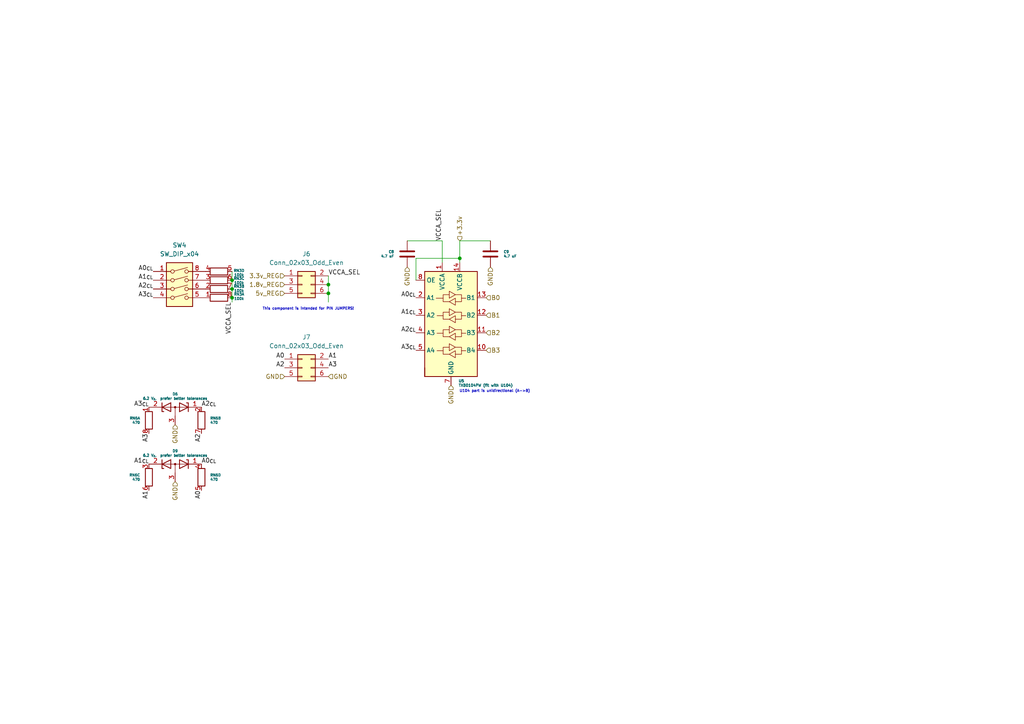
<source format=kicad_sch>
(kicad_sch (version 20231120) (generator "eeschema") (generator_version "8.0")
  (paper "A4")
  (lib_symbols
    (symbol "Connector_Generic:Conn_02x03_Odd_Even" (pin_names (offset 1.016) hide)
      (property "Reference" "J" (at 1.27 5.08 0))
      (property "Value" "Conn_02x03_Odd_Even" (at 1.27 -5.08 0))
      (symbol "Conn_02x03_Odd_Even_1_1"
        (rectangle (start -1.27 -2.413) (end 0 -2.667) (stroke (width 0.1524)))
        (rectangle (start -1.27 0.127) (end 0 -0.127) (stroke (width 0.1524)))
        (rectangle (start -1.27 2.667) (end 0 2.413) (stroke (width 0.1524)))
        (rectangle (start -1.27 3.81) (end 3.81 -3.81) (stroke (width 0.254)) (fill (type background)))
        (rectangle (start 3.81 -2.413) (end 2.54 -2.667) (stroke (width 0.1524)))
        (rectangle (start 3.81 0.127) (end 2.54 -0.127) (stroke (width 0.1524)))
        (rectangle (start 3.81 2.667) (end 2.54 2.413) (stroke (width 0.1524)))
        (pin passive line (at -5.08 2.54 0) (length 3.81) (name "Pin_1") (number "1"))
        (pin passive line (at 7.62 2.54 180) (length 3.81) (name "Pin_2") (number "2"))
        (pin passive line (at -5.08 0 0) (length 3.81) (name "Pin_3") (number "3"))
        (pin passive line (at 7.62 0 180) (length 3.81) (name "Pin_4") (number "4"))
        (pin passive line (at -5.08 -2.54 0) (length 3.81) (name "Pin_5") (number "5"))
        (pin passive line (at 7.62 -2.54 180) (length 3.81) (name "Pin_6") (number "6"))
      )
    )
    (symbol "Device:C" (pin_numbers hide) (pin_names (offset 0.254))
      (property "Reference" "C" (at 0.635 2.54 0))
      (property "Value" "C" (at 0.635 -2.54 0))
      (symbol "C_0_1"
        (polyline (pts (xy -2.032 -0.762) (xy 2.032 -0.762)) (stroke (width 0.508)))
        (polyline (pts (xy -2.032 0.762) (xy 2.032 0.762)) (stroke (width 0.508)))
      )
      (symbol "C_1_1"
        (pin passive line (at 0 3.81 270) (length 2.794) (name "~") (number "1"))
        (pin passive line (at 0 -3.81 90) (length 2.794) (name "~") (number "2"))
      )
    )
    (symbol "Device:D_Zener_Dual_CommonAnode_KKA" (pin_names (offset 0.762) hide)
      (property "Reference" "D" (at 1.27 -2.54 0))
      (property "Value" "D_Zener_Dual_CommonAnode_KKA" (at 0 2.54 0))
      (symbol "D_Zener_Dual_CommonAnode_KKA_0_1"
        (polyline (pts (xy -3.556 0) (xy 3.81 0)))
        (polyline (pts (xy 0 0) (xy 0 -2.54)))
        (polyline (pts (xy -3.81 -1.27) (xy -3.81 1.27) (xy -3.302 1.27)) (stroke (width 0.254)))
        (polyline (pts (xy 3.302 -1.27) (xy 3.81 -1.27) (xy 3.81 1.27)) (stroke (width 0.254)))
        (polyline (pts (xy -1.27 -1.27) (xy -3.81 0) (xy -1.27 1.27) (xy -1.27 -1.27) (xy -1.27 -1.27) (xy -1.27 -1.27)) (stroke (width 0.254)))
        (polyline (pts (xy 1.27 1.27) (xy 3.81 0) (xy 1.27 -1.27) (xy 1.27 1.27) (xy 1.27 1.27) (xy 1.27 1.27)) (stroke (width 0.254)))
        (circle (center 0 0) (radius 0.254) (fill (type outline)))
        (pin passive line (at -7.62 0 0) (length 3.81) (name "K") (number "1"))
        (pin passive line (at 7.62 0 180) (length 3.81) (name "K") (number "2"))
        (pin passive line (at 0 -5.08 90) (length 2.54) (name "A") (number "3"))
      )
    )
    (symbol "Device:R_Pack04_SIP_Split" (pin_names (offset 0) hide)
      (property "Reference" "RN3" (at 2.54 1.2701 0))
      (property "Value" "R_Pack04_SIP_Split" (at 2.54 -1.2699 0))
      (symbol "R_Pack04_SIP_Split_0_1"
        (rectangle (start 1.016 2.54) (end -1.016 -2.54) (stroke (width 0.254)))
      )
      (symbol "R_Pack04_SIP_Split_1_1"
        (pin passive line (at 0 -3.81 90) (length 1.27) (name "R1.1") (number "1"))
        (pin passive line (at 0 3.81 270) (length 1.27) (name "R1.2") (number "8"))
      )
      (symbol "R_Pack04_SIP_Split_2_1"
        (pin passive line (at 0 -3.81 90) (length 1.27) (name "R2.1") (number "2"))
        (pin passive line (at 0 3.81 270) (length 1.27) (name "R2.2") (number "7"))
      )
      (symbol "R_Pack04_SIP_Split_3_1"
        (pin passive line (at 0 -3.81 90) (length 1.27) (name "R3.1") (number "3"))
        (pin passive line (at 0 3.81 270) (length 1.27) (name "R3.2") (number "6"))
      )
      (symbol "R_Pack04_SIP_Split_4_1"
        (pin passive line (at 0 -3.81 90) (length 1.27) (name "R4.1") (number "4"))
        (pin passive line (at 0 3.81 270) (length 1.27) (name "R4.2") (number "5"))
      )
    )
    (symbol "Logic_LevelTranslator:TXB0104PW"
      (property "Reference" "U" (at -6.35 16.51 0))
      (property "Value" "TXB0104PW" (at 3.81 16.51 0))
      (symbol "TXB0104PW_0_1"
        (rectangle (start -7.62 -15.24) (end -7.62 -12.7) (stroke (width 0.254)))
        (rectangle (start -7.62 15.24) (end 7.62 -15.24) (stroke (width 0.254)) (fill (type background)))
        (polyline (pts (xy -2.286 -7.747) (xy -2.286 -6.731) (xy -0.508 -6.731)))
        (polyline (pts (xy -2.286 -2.667) (xy -2.286 -1.651) (xy -0.508 -1.651)))
        (polyline (pts (xy -2.286 2.413) (xy -2.286 3.429) (xy -0.508 3.429)))
        (polyline (pts (xy -2.286 7.493) (xy -2.286 8.509) (xy -0.508 8.509)))
        (polyline (pts (xy 3.048 -7.747) (xy 3.048 -8.763) (xy 1.27 -8.763)))
        (polyline (pts (xy 3.048 -2.667) (xy 3.048 -3.683) (xy 1.27 -3.683)))
        (polyline (pts (xy 3.048 2.413) (xy 3.048 1.397) (xy 1.27 1.397)))
        (polyline (pts (xy 3.048 7.493) (xy 3.048 6.477) (xy 1.27 6.477)))
        (polyline (pts (xy -0.508 -8.763) (xy -2.286 -8.763) (xy -2.286 -7.747) (xy -4.064 -7.747)))
        (polyline (pts (xy -0.508 -8.763) (xy 1.27 -7.747) (xy 1.27 -9.779) (xy -0.508 -8.763)))
        (polyline (pts (xy -0.508 -3.683) (xy -2.286 -3.683) (xy -2.286 -2.667) (xy -4.064 -2.667)))
        (polyline (pts (xy -0.508 -3.683) (xy 1.27 -2.667) (xy 1.27 -4.699) (xy -0.508 -3.683)))
        (polyline (pts (xy -0.508 1.397) (xy -2.286 1.397) (xy -2.286 2.413) (xy -4.064 2.413)))
        (polyline (pts (xy -0.508 1.397) (xy 1.27 2.413) (xy 1.27 0.381) (xy -0.508 1.397)))
        (polyline (pts (xy -0.508 6.477) (xy -2.286 6.477) (xy -2.286 7.493) (xy -4.318 7.493)))
        (polyline (pts (xy -0.508 6.477) (xy 1.27 7.493) (xy 1.27 5.461) (xy -0.508 6.477)))
        (polyline (pts (xy 1.27 -6.731) (xy -0.508 -7.747) (xy -0.508 -5.715) (xy 1.27 -6.731)))
        (polyline (pts (xy 1.27 -6.731) (xy 3.048 -6.731) (xy 3.048 -7.747) (xy 4.318 -7.747)))
        (polyline (pts (xy 1.27 -1.651) (xy -0.508 -2.667) (xy -0.508 -0.635) (xy 1.27 -1.651)))
        (polyline (pts (xy 1.27 -1.651) (xy 3.048 -1.651) (xy 3.048 -2.667) (xy 4.318 -2.667)))
        (polyline (pts (xy 1.27 3.429) (xy -0.508 2.413) (xy -0.508 4.445) (xy 1.27 3.429)))
        (polyline (pts (xy 1.27 3.429) (xy 3.048 3.429) (xy 3.048 2.413) (xy 4.318 2.413)))
        (polyline (pts (xy 1.27 8.509) (xy -0.508 7.493) (xy -0.508 9.525) (xy 1.27 8.509)))
        (polyline (pts (xy 1.27 8.509) (xy 3.048 8.509) (xy 3.048 7.493) (xy 4.318 7.493)))
      )
      (symbol "TXB0104PW_1_1"
        (pin power_in line (at -2.54 17.78 270) (length 2.54) (name "VCCA") (number "1"))
        (pin bidirectional line (at 10.16 -7.62 180) (length 2.54) (name "B4") (number "10"))
        (pin bidirectional line (at 10.16 -2.54 180) (length 2.54) (name "B3") (number "11"))
        (pin bidirectional line (at 10.16 2.54 180) (length 2.54) (name "B2") (number "12"))
        (pin bidirectional line (at 10.16 7.62 180) (length 2.54) (name "B1") (number "13"))
        (pin power_in line (at 2.54 17.78 270) (length 2.54) (name "VCCB") (number "14"))
        (pin bidirectional line (at -10.16 7.62 0) (length 2.54) (name "A1") (number "2"))
        (pin bidirectional line (at -10.16 2.54 0) (length 2.54) (name "A2") (number "3"))
        (pin bidirectional line (at -10.16 -2.54 0) (length 2.54) (name "A3") (number "4"))
        (pin bidirectional line (at -10.16 -7.62 0) (length 2.54) (name "A4") (number "5"))
        (pin no_connect line (at -7.62 -12.7 0) (length 2.54) hide (name "NC") (number "6"))
        (pin power_in line (at 0 -17.78 90) (length 2.54) (name "GND") (number "7"))
        (pin input line (at -10.16 12.7 0) (length 2.54) (name "OE") (number "8"))
        (pin no_connect line (at 7.62 -12.7 180) (length 2.54) hide (name "NC") (number "9"))
      )
    )
    (symbol "R_Pack04_SIP_Split_1" (pin_names (offset 0) hide)
      (property "Reference" "RN3" (at 2.54 1.2701 0))
      (property "Value" "R_Pack04_SIP_Split" (at 2.54 -1.2699 0))
      (symbol "R_Pack04_SIP_Split_1_0_1"
        (rectangle (start 1.016 2.54) (end -1.016 -2.54) (stroke (width 0.254)))
      )
      (symbol "R_Pack04_SIP_Split_1_1_1"
        (pin passive line (at 0 -3.81 90) (length 1.27) (name "R1.1") (number "1"))
        (pin passive line (at 0 3.81 270) (length 1.27) (name "R1.2") (number "8"))
      )
      (symbol "R_Pack04_SIP_Split_1_2_1"
        (pin passive line (at 0 -3.81 90) (length 1.27) (name "R2.1") (number "2"))
        (pin passive line (at 0 3.81 270) (length 1.27) (name "R2.2") (number "7"))
      )
      (symbol "R_Pack04_SIP_Split_1_3_1"
        (pin passive line (at 0 -3.81 90) (length 1.27) (name "R3.1") (number "3"))
        (pin passive line (at 0 3.81 270) (length 1.27) (name "R3.2") (number "6"))
      )
      (symbol "R_Pack04_SIP_Split_1_4_1"
        (pin passive line (at 0 -3.81 90) (length 1.27) (name "R4.1") (number "4"))
        (pin passive line (at 0 3.81 270) (length 1.27) (name "R4.2") (number "5"))
      )
    )
    (symbol "R_Pack04_SIP_Split_2" (pin_names (offset 0) hide)
      (property "Reference" "RN3" (at 2.54 1.2701 0))
      (property "Value" "R_Pack04_SIP_Split" (at 2.54 -1.2699 0))
      (symbol "R_Pack04_SIP_Split_2_0_1"
        (rectangle (start 1.016 2.54) (end -1.016 -2.54) (stroke (width 0.254)))
      )
      (symbol "R_Pack04_SIP_Split_2_1_1"
        (pin passive line (at 0 -3.81 90) (length 1.27) (name "R1.1") (number "1"))
        (pin passive line (at 0 3.81 270) (length 1.27) (name "R1.2") (number "8"))
      )
      (symbol "R_Pack04_SIP_Split_2_2_1"
        (pin passive line (at 0 -3.81 90) (length 1.27) (name "R2.1") (number "2"))
        (pin passive line (at 0 3.81 270) (length 1.27) (name "R2.2") (number "7"))
      )
      (symbol "R_Pack04_SIP_Split_2_3_1"
        (pin passive line (at 0 -3.81 90) (length 1.27) (name "R3.1") (number "3"))
        (pin passive line (at 0 3.81 270) (length 1.27) (name "R3.2") (number "6"))
      )
      (symbol "R_Pack04_SIP_Split_2_4_1"
        (pin passive line (at 0 -3.81 90) (length 1.27) (name "R4.1") (number "4"))
        (pin passive line (at 0 3.81 270) (length 1.27) (name "R4.2") (number "5"))
      )
    )
    (symbol "R_Pack04_SIP_Split_3" (pin_names (offset 0) hide)
      (property "Reference" "RN3" (at 2.54 1.2701 0))
      (property "Value" "R_Pack04_SIP_Split" (at 2.54 -1.2699 0))
      (symbol "R_Pack04_SIP_Split_3_0_1"
        (rectangle (start 1.016 2.54) (end -1.016 -2.54) (stroke (width 0.254)))
      )
      (symbol "R_Pack04_SIP_Split_3_1_1"
        (pin passive line (at 0 -3.81 90) (length 1.27) (name "R1.1") (number "1"))
        (pin passive line (at 0 3.81 270) (length 1.27) (name "R1.2") (number "8"))
      )
      (symbol "R_Pack04_SIP_Split_3_2_1"
        (pin passive line (at 0 -3.81 90) (length 1.27) (name "R2.1") (number "2"))
        (pin passive line (at 0 3.81 270) (length 1.27) (name "R2.2") (number "7"))
      )
      (symbol "R_Pack04_SIP_Split_3_3_1"
        (pin passive line (at 0 -3.81 90) (length 1.27) (name "R3.1") (number "3"))
        (pin passive line (at 0 3.81 270) (length 1.27) (name "R3.2") (number "6"))
      )
      (symbol "R_Pack04_SIP_Split_3_4_1"
        (pin passive line (at 0 -3.81 90) (length 1.27) (name "R4.1") (number "4"))
        (pin passive line (at 0 3.81 270) (length 1.27) (name "R4.2") (number "5"))
      )
    )
    (symbol "R_Pack04_SIP_Split_4" (pin_names (offset 0) hide)
      (property "Reference" "RN4" (at -2.54 -0.6351 0))
      (property "Value" "470" (at -2.54 0.6349 0))
      (symbol "R_Pack04_SIP_Split_4_0_1"
        (rectangle (start 1.016 2.54) (end -1.016 -2.54) (stroke (width 0.254)))
      )
      (symbol "R_Pack04_SIP_Split_4_1_1"
        (pin passive line (at 0 -3.81 90) (length 1.27) (name "R1.1") (number "1"))
        (pin passive line (at 0 3.81 270) (length 1.27) (name "R1.2") (number "8"))
      )
      (symbol "R_Pack04_SIP_Split_4_2_1"
        (pin passive line (at 0 -3.81 90) (length 1.27) (name "R2.1") (number "2"))
        (pin passive line (at 0 3.81 270) (length 1.27) (name "rR2.2") (number "7"))
      )
      (symbol "R_Pack04_SIP_Split_4_3_1"
        (pin passive line (at 0 -3.81 90) (length 1.27) (name "R3.1") (number "3"))
        (pin passive line (at 0 3.81 270) (length 1.27) (name "R3.2") (number "6"))
      )
      (symbol "R_Pack04_SIP_Split_4_4_1"
        (pin passive line (at 0 -3.81 90) (length 1.27) (name "R4.1") (number "4"))
        (pin passive line (at 0 3.81 270) (length 1.27) (name "R4.2") (number "5"))
      )
    )
    (symbol "R_Pack04_SIP_Split_5" (pin_names (offset 0) hide)
      (property "Reference" "RN4" (at -2.54 -0.6351 0))
      (property "Value" "470" (at -2.54 0.6349 0))
      (symbol "R_Pack04_SIP_Split_5_0_1"
        (rectangle (start 1.016 2.54) (end -1.016 -2.54) (stroke (width 0.254)))
      )
      (symbol "R_Pack04_SIP_Split_5_1_1"
        (pin passive line (at 0 -3.81 90) (length 1.27) (name "R1.1") (number "1"))
        (pin passive line (at 0 3.81 270) (length 1.27) (name "R1.2") (number "8"))
      )
      (symbol "R_Pack04_SIP_Split_5_2_1"
        (pin passive line (at 0 -3.81 90) (length 1.27) (name "R2.1") (number "2"))
        (pin passive line (at 0 3.81 270) (length 1.27) (name "rR2.2") (number "7"))
      )
      (symbol "R_Pack04_SIP_Split_5_3_1"
        (pin passive line (at 0 -3.81 90) (length 1.27) (name "R3.1") (number "3"))
        (pin passive line (at 0 3.81 270) (length 1.27) (name "R3.2") (number "6"))
      )
      (symbol "R_Pack04_SIP_Split_5_4_1"
        (pin passive line (at 0 -3.81 90) (length 1.27) (name "R4.1") (number "4"))
        (pin passive line (at 0 3.81 270) (length 1.27) (name "R4.2") (number "5"))
      )
    )
    (symbol "R_Pack04_SIP_Split_6" (pin_names (offset 0) hide)
      (property "Reference" "RN4" (at -2.54 -0.6351 0))
      (property "Value" "470" (at -2.54 0.6349 0))
      (symbol "R_Pack04_SIP_Split_6_0_1"
        (rectangle (start 1.016 2.54) (end -1.016 -2.54) (stroke (width 0.254)))
      )
      (symbol "R_Pack04_SIP_Split_6_1_1"
        (pin passive line (at 0 -3.81 90) (length 1.27) (name "R1.1") (number "1"))
        (pin passive line (at 0 3.81 270) (length 1.27) (name "R1.2") (number "8"))
      )
      (symbol "R_Pack04_SIP_Split_6_2_1"
        (pin passive line (at 0 -3.81 90) (length 1.27) (name "R2.1") (number "2"))
        (pin passive line (at 0 3.81 270) (length 1.27) (name "rR2.2") (number "7"))
      )
      (symbol "R_Pack04_SIP_Split_6_3_1"
        (pin passive line (at 0 -3.81 90) (length 1.27) (name "R3.1") (number "3"))
        (pin passive line (at 0 3.81 270) (length 1.27) (name "R3.2") (number "6"))
      )
      (symbol "R_Pack04_SIP_Split_6_4_1"
        (pin passive line (at 0 -3.81 90) (length 1.27) (name "R4.1") (number "4"))
        (pin passive line (at 0 3.81 270) (length 1.27) (name "R4.2") (number "5"))
      )
    )
    (symbol "R_Pack04_SIP_Split_7" (pin_names (offset 0) hide)
      (property "Reference" "RN4" (at -2.54 -0.6351 0))
      (property "Value" "470" (at -2.54 0.6349 0))
      (symbol "R_Pack04_SIP_Split_7_0_1"
        (rectangle (start 1.016 2.54) (end -1.016 -2.54) (stroke (width 0.254)))
      )
      (symbol "R_Pack04_SIP_Split_7_1_1"
        (pin passive line (at 0 -3.81 90) (length 1.27) (name "R1.1") (number "1"))
        (pin passive line (at 0 3.81 270) (length 1.27) (name "R1.2") (number "8"))
      )
      (symbol "R_Pack04_SIP_Split_7_2_1"
        (pin passive line (at 0 -3.81 90) (length 1.27) (name "R2.1") (number "2"))
        (pin passive line (at 0 3.81 270) (length 1.27) (name "rR2.2") (number "7"))
      )
      (symbol "R_Pack04_SIP_Split_7_3_1"
        (pin passive line (at 0 -3.81 90) (length 1.27) (name "R3.1") (number "3"))
        (pin passive line (at 0 3.81 270) (length 1.27) (name "R3.2") (number "6"))
      )
      (symbol "R_Pack04_SIP_Split_7_4_1"
        (pin passive line (at 0 -3.81 90) (length 1.27) (name "R4.1") (number "4"))
        (pin passive line (at 0 3.81 270) (length 1.27) (name "R4.2") (number "5"))
      )
    )
    (symbol "Switch:SW_DIP_x04" (pin_names (offset 0) hide)
      (property "Reference" "SW" (at 0 8.89 0))
      (property "Value" "SW_DIP_x04" (at 0 -6.35 0))
      (symbol "SW_DIP_x04_0_0"
        (circle (center -2.032 -2.54) (radius 0.508))
        (circle (center -2.032 0) (radius 0.508))
        (circle (center -2.032 2.54) (radius 0.508))
        (circle (center -2.032 5.08) (radius 0.508))
        (polyline (pts (xy -1.524 -2.3876) (xy 2.3622 -1.3462)))
        (polyline (pts (xy -1.524 0.127) (xy 2.3622 1.1684)))
        (polyline (pts (xy -1.524 2.667) (xy 2.3622 3.7084)))
        (polyline (pts (xy -1.524 5.207) (xy 2.3622 6.2484)))
        (circle (center 2.032 -2.54) (radius 0.508))
        (circle (center 2.032 0) (radius 0.508))
        (circle (center 2.032 2.54) (radius 0.508))
        (circle (center 2.032 5.08) (radius 0.508))
      )
      (symbol "SW_DIP_x04_0_1"
        (rectangle (start -3.81 7.62) (end 3.81 -5.08) (stroke (width 0.254)) (fill (type background)))
      )
      (symbol "SW_DIP_x04_1_1"
        (pin passive line (at -7.62 5.08 0) (length 5.08) (name "~") (number "1"))
        (pin passive line (at -7.62 2.54 0) (length 5.08) (name "~") (number "2"))
        (pin passive line (at -7.62 0 0) (length 5.08) (name "~") (number "3"))
        (pin passive line (at -7.62 -2.54 0) (length 5.08) (name "~") (number "4"))
        (pin passive line (at 7.62 -2.54 180) (length 5.08) (name "~") (number "5"))
        (pin passive line (at 7.62 0 180) (length 5.08) (name "~") (number "6"))
        (pin passive line (at 7.62 2.54 180) (length 5.08) (name "~") (number "7"))
        (pin passive line (at 7.62 5.08 180) (length 5.08) (name "~") (number "8"))
      )
    )
  )
  (junction (at 95.25 85.09))
  (junction (at 67.31 81.28))
  (junction (at 133.35 74.93))
  (junction (at 95.25 82.55))
  (junction (at 67.31 83.82))
  (junction (at 67.31 86.36))
  (wire (pts (xy 95.25 85.09) (xy 95.25 87.63)))
  (wire (pts (xy 128.27 69.85) (xy 128.27 76.2)))
  (wire (pts (xy 67.31 81.28) (xy 67.31 83.82)))
  (wire (pts (xy 133.35 69.85) (xy 142.24 69.85)))
  (wire (pts (xy 120.65 74.93) (xy 133.35 74.93)))
  (wire (pts (xy 133.35 69.85) (xy 133.35 74.93)))
  (wire (pts (xy 67.31 86.36) (xy 67.31 87.63)))
  (wire (pts (xy 120.65 81.28) (xy 120.65 74.93)))
  (wire (pts (xy 67.31 78.74) (xy 67.31 81.28)))
  (wire (pts (xy 95.25 80.01) (xy 95.25 82.55)))
  (wire (pts (xy 67.31 83.82) (xy 67.31 86.36)))
  (wire (pts (xy 133.35 74.93) (xy 133.35 76.2)))
  (wire (pts (xy 95.25 82.55) (xy 95.25 85.09)))
  (wire (pts (xy 118.11 69.85) (xy 128.27 69.85)))
  (text "This component is intended for PIN JUMPERS!" (at 89.408 89.662 0) (effects (font (size 0.75 0.75))))
  (text "U104 part is unidirectional (A->B)" (at 143.51 113.538 0) (effects (font (size 0.75 0.75))))
  (label "VCCA_SEL" (at 95.25 80.01 0))
  (label "A2" (at 82.55 106.68 180))
  (label "A3" (at 95.25 106.68 0))
  (label "A0_{CL}" (at 120.65 86.36 180))
  (label "A1_{CL}" (at 120.65 91.44 180))
  (label "A2_{CL}" (at 120.65 96.52 180))
  (label "A1_{CL}" (at 43.18 134.62 180))
  (label "VCCA_SEL" (at 67.31 87.63 270))
  (label "A2_{CL}" (at 58.42 118.11 0))
  (label "A1_{CL}" (at 44.45 81.28 180))
  (label "A0" (at 58.42 142.24 270))
  (label "A2_{CL}" (at 44.45 83.82 180))
  (label "A2" (at 58.42 125.73 270))
  (label "A3_{CL}" (at 43.18 118.11 180))
  (label "A3_{CL}" (at 120.65 101.6 180))
  (label "A3" (at 43.18 125.73 270))
  (label "A0" (at 82.55 104.14 180))
  (label "A1" (at 95.25 104.14 0))
  (label "VCCA_SEL" (at 128.27 69.85 90))
  (label "A3_{CL}" (at 44.45 86.36 180))
  (label "A0_{CL}" (at 58.42 134.62 0))
  (label "A1" (at 43.18 142.24 270))
  (label "A0_{CL}" (at 44.45 78.74 180))
  (hierarchical_label "GND" (shape input) (at 95.25 109.22 0))
  (hierarchical_label "B0" (shape input) (at 140.97 86.36 0))
  (hierarchical_label "GND" (shape input) (at 82.55 109.22 180))
  (hierarchical_label "B2" (shape input) (at 140.97 96.52 0))
  (hierarchical_label "B3" (shape input) (at 140.97 101.6 0))
  (hierarchical_label "GND" (shape input) (at 50.8 123.19 270))
  (hierarchical_label "GND" (shape input) (at 142.24 77.47 270))
  (hierarchical_label "B1" (shape input) (at 140.97 91.44 0))
  (hierarchical_label "3.3v_REG" (shape input) (at 82.55 80.01 180))
  (hierarchical_label "GND" (shape input) (at 118.11 77.47 270))
  (hierarchical_label "5v_REG" (shape input) (at 82.55 85.09 180))
  (hierarchical_label "GND" (shape input) (at 50.8 139.7 270))
  (hierarchical_label "GND" (shape input) (at 130.81 111.76 270))
  (hierarchical_label "1.8v_REG" (shape input) (at 82.55 82.55 180))
  (hierarchical_label "+3.3v" (shape input) (at 133.35 69.85 90))
  (symbol (lib_name "R_Pack04_SIP_Split_1") (lib_id "Device:R_Pack04_SIP_Split") (at 63.5 81.28 270) (unit 3)
    (property "Reference" "RN3" (at 69.342 80.772 90) (effects (font (size 0.75 0.75))))
    (property "Value" "100k" (at 69.342 82.042 90) (effects (font (size 0.75 0.75))))
    (property "Footprint" "Resistor_SMD:R_Array_Convex_4x0402" (effects (hide yes)))
    (property "Datasheet" "http://www.vishay.com/docs/31509/csc.pdf" (effects (hide yes)))
    (property "Description" "4 resistor network, parallel topology, SIP package, split" (effects (hide yes)))
    (instances (project "" (path "" (reference "RN3") (unit 3)) (path "" (reference "RN2") (unit 3)) (path "" (reference "RN1") (unit 3))))
  )
  (symbol (lib_id "Connector_Generic:Conn_02x03_Odd_Even") (at 87.63 106.68 0) (unit 1)
    (property "Reference" "J7" (at 88.9 97.79 0))
    (property "Value" "Conn_02x03_Odd_Even" (at 88.9 100.33 0))
    (property "Footprint" "Connector_PinSocket_2.54mm:PinSocket_2x03_P2.54mm_Horizontal" (effects (hide yes)))
    (property "Description" "Generic connector, double row, 02x03, odd/even pin numbering scheme (row 1 odd numbers, row 2 even numbers), script generated (kicad-library-utils/schlib/autogen/connector/)" (effects (hide yes)))
    (instances (project "pico-logic-analyzer" (path "" (reference "J7") (unit 1)) (path "" (reference "J5") (unit 1)) (path "" (reference "J3") (unit 1))))
  )
  (symbol (lib_name "R_Pack04_SIP_Split_3") (lib_id "Device:R_Pack04_SIP_Split") (at 63.5 83.82 270) (unit 2)
    (property "Reference" "RN3" (at 69.342 83.058 90) (effects (font (size 0.75 0.75))))
    (property "Value" "100k" (at 69.342 84.328 90) (effects (font (size 0.75 0.75))))
    (property "Footprint" "Resistor_SMD:R_Array_Convex_4x0402" (effects (hide yes)))
    (property "Datasheet" "http://www.vishay.com/docs/31509/csc.pdf" (effects (hide yes)))
    (property "Description" "4 resistor network, parallel topology, SIP package, split" (effects (hide yes)))
    (instances (project "" (path "" (reference "RN3") (unit 2)) (path "" (reference "RN2") (unit 2)) (path "" (reference "RN1") (unit 2))))
  )
  (symbol (lib_id "Device:C") (at 118.11 73.66 0) (mirror x) (unit 1)
    (property "Reference" "C8" (at 114.3 73.0249 0) (effects (font (size 0.75 0.75)) (justify right)))
    (property "Value" "4.7 uF" (at 114.3 74.2949 0) (effects (font (size 0.75 0.75)) (justify right)))
    (property "Footprint" "Capacitor_SMD:C_0603_1608Metric" (effects (hide yes)))
    (property "Description" "Unpolarized capacitor" (effects (hide yes)))
    (instances (project "pico-logic-analyzer" (path "" (reference "C8") (unit 1)) (path "" (reference "C6") (unit 1)) (path "" (reference "C4") (unit 1))))
  )
  (symbol (lib_id "Device:C") (at 142.24 73.66 180) (unit 1)
    (property "Reference" "C5" (at 146.05 73.0249 0) (effects (font (size 0.75 0.75)) (justify right)))
    (property "Value" "4.7 uF" (at 146.05 74.2949 0) (effects (font (size 0.75 0.75)) (justify right)))
    (property "Footprint" "Capacitor_SMD:C_0603_1608Metric" (effects (hide yes)))
    (property "Description" "Unpolarized capacitor" (effects (hide yes)))
    (instances (project "pico-logic-analyzer" (path "" (reference "C9") (unit 1)) (path "" (reference "C7") (unit 1)) (path "" (reference "C5") (unit 1))))
  )
  (symbol (lib_id "Device:R_Pack04_SIP_Split") (at 63.5 86.36 270) (unit 1)
    (property "Reference" "RN3" (at 69.342 85.344 90) (effects (font (size 0.75 0.75))))
    (property "Value" "100k" (at 69.342 86.614 90) (effects (font (size 0.75 0.75))))
    (property "Footprint" "Resistor_SMD:R_Array_Convex_4x0402" (effects (hide yes)))
    (property "Datasheet" "http://www.vishay.com/docs/31509/csc.pdf" (effects (hide yes)))
    (property "Description" "4 resistor network, parallel topology, SIP package, split" (effects (hide yes)))
    (instances (project "" (path "" (reference "RN3") (unit 1)) (path "" (reference "RN2") (unit 1)) (path "" (reference "RN1") (unit 1))))
  )
  (symbol (lib_name "R_Pack04_SIP_Split_7") (lib_id "Device:R_Pack04_SIP_Split") (at 43.18 121.92 0) (mirror x) (unit 1)
    (property "Reference" "RN6" (at 40.64 121.2849 0) (effects (font (size 0.75 0.75)) (justify right)))
    (property "Value" "470" (at 40.64 122.5549 0) (effects (font (size 0.75 0.75)) (justify right)))
    (property "Footprint" "Resistor_SMD:R_Array_Convex_4x0402" (effects (hide yes)))
    (property "Datasheet" "http://www.vishay.com/docs/31509/csc.pdf" (effects (hide yes)))
    (property "Description" "4 resistor network, parallel topology, SIP package, split" (effects (hide yes)))
    (instances (project "" (path "" (reference "RN6") (unit 1)) (path "" (reference "RN5") (unit 1)) (path "" (reference "RN4") (unit 1))))
  )
  (symbol (lib_id "Logic_LevelTranslator:TXB0104PW") (at 130.81 93.98 0) (unit 1)
    (property "Reference" "U5" (at 133.0041 110.49 0) (effects (font (size 0.75 0.75)) (justify left)))
    (property "Value" "TXB0104PW (fit with U104)" (at 133.0041 111.76 0) (effects (font (size 0.75 0.75)) (justify left)))
    (property "Footprint" "Package_SO:TSSOP-14_4.4x5mm_P0.65mm" (effects (hide yes)))
    (property "Datasheet" "http://www.ti.com/lit/ds/symlink/txb0104.pdf" (effects (hide yes)))
    (property "Description" "4-Bit Bidirectional Voltage-Level Translator, Auto Direction Sensing and ±15-kV ESD Protection, 1.2 - 3.6V APort, 1.65 - 5.5V BPort, TSSOP-14" (effects (hide yes)))
    (instances (project "pico-logic-analyzer" (path "" (reference "U5") (unit 1)) (path "" (reference "U4") (unit 1)) (path "" (reference "U3") (unit 1))))
  )
  (symbol (lib_name "R_Pack04_SIP_Split_6") (lib_id "Device:R_Pack04_SIP_Split") (at 58.42 121.92 180) (unit 2)
    (property "Reference" "RN6" (at 60.96 121.2849 0) (effects (font (size 0.75 0.75)) (justify right)))
    (property "Value" "470" (at 60.96 122.5549 0) (effects (font (size 0.75 0.75)) (justify right)))
    (property "Footprint" "Resistor_SMD:R_Array_Convex_4x0402" (effects (hide yes)))
    (property "Datasheet" "http://www.vishay.com/docs/31509/csc.pdf" (effects (hide yes)))
    (property "Description" "4 resistor network, parallel topology, SIP package, split" (effects (hide yes)))
    (instances (project "" (path "" (reference "RN6") (unit 2)) (path "" (reference "RN5") (unit 2)) (path "" (reference "RN4") (unit 2))))
  )
  (symbol (lib_name "R_Pack04_SIP_Split_5") (lib_id "Device:R_Pack04_SIP_Split") (at 58.42 138.43 180) (unit 4)
    (property "Reference" "RN6" (at 60.96 137.7949 0) (effects (font (size 0.75 0.75)) (justify right)))
    (property "Value" "470" (at 60.96 139.0649 0) (effects (font (size 0.75 0.75)) (justify right)))
    (property "Footprint" "Resistor_SMD:R_Array_Convex_4x0402" (effects (hide yes)))
    (property "Datasheet" "http://www.vishay.com/docs/31509/csc.pdf" (effects (hide yes)))
    (property "Description" "4 resistor network, parallel topology, SIP package, split" (effects (hide yes)))
    (instances (project "" (path "" (reference "RN6") (unit 4)) (path "" (reference "RN5") (unit 4)) (path "" (reference "RN4") (unit 4))))
  )
  (symbol (lib_name "R_Pack04_SIP_Split_2") (lib_id "Device:R_Pack04_SIP_Split") (at 63.5 78.74 270) (unit 4)
    (property "Reference" "RN3" (at 69.342 78.486 90) (effects (font (size 0.75 0.75))))
    (property "Value" "100k" (at 69.342 79.756 90) (effects (font (size 0.75 0.75))))
    (property "Footprint" "Resistor_SMD:R_Array_Convex_4x0402" (effects (hide yes)))
    (property "Datasheet" "http://www.vishay.com/docs/31509/csc.pdf" (effects (hide yes)))
    (property "Description" "4 resistor network, parallel topology, SIP package, split" (effects (hide yes)))
    (instances (project "" (path "" (reference "RN3") (unit 4)) (path "" (reference "RN2") (unit 4)) (path "" (reference "RN1") (unit 4))))
  )
  (symbol (lib_id "Device:D_Zener_Dual_CommonAnode_KKA") (at 50.8 118.11 0) (mirror y) (unit 1)
    (property "Reference" "D6" (at 50.8 114.3 0) (effects (font (size 0.75 0.75))))
    (property "Value" "6.2 V_{z},  prefer better tolerances" (at 50.8 115.57 0) (effects (font (size 0.75 0.75))))
    (property "Footprint" "Package_TO_SOT_SMD:SOT-23" (effects (hide yes)))
    (property "Description" "Dual Zener diode, common anode on pin 3" (effects (hide yes)))
    (instances (project "" (path "" (reference "D6") (unit 1)) (path "" (reference "D5") (unit 1)) (path "" (reference "D4") (unit 1))))
  )
  (symbol (lib_id "Connector_Generic:Conn_02x03_Odd_Even") (at 87.63 82.55 0) (unit 1)
    (property "Reference" "J6" (at 88.9 73.66 0))
    (property "Value" "Conn_02x03_Odd_Even" (at 88.9 76.2 0))
    (property "Footprint" "Connector_PinHeader_2.54mm:PinHeader_2x03_P2.54mm_Vertical" (effects (hide yes)))
    (property "Description" "Generic connector, double row, 02x03, odd/even pin numbering scheme (row 1 odd numbers, row 2 even numbers), script generated (kicad-library-utils/schlib/autogen/connector/)" (effects (hide yes)))
    (instances (project "pico-logic-analyzer" (path "" (reference "J6") (unit 1)) (path "" (reference "J4") (unit 1)) (path "" (reference "J2") (unit 1))))
  )
  (symbol (lib_id "Switch:SW_DIP_x04") (at 52.07 83.82 0) (unit 1)
    (property "Reference" "SW4" (at 52.07 71.12 0))
    (property "Value" "SW_DIP_x04" (at 52.07 73.66 0))
    (property "Footprint" "Button_Switch_THT:SW_DIP_SPSTx04_Slide_9.78x12.34mm_W7.62mm_P2.54mm" (effects (hide yes)))
    (property "Description" "4x DIP Switch, Single Pole Single Throw (SPST) switch, small symbol" (effects (hide yes)))
    (instances (project "pico-logic-analyzer" (path "" (reference "SW4") (unit 1)) (path "" (reference "SW3") (unit 1)) (path "" (reference "SW2") (unit 1))))
  )
  (symbol (lib_name "R_Pack04_SIP_Split_4") (lib_id "Device:R_Pack04_SIP_Split") (at 43.18 138.43 0) (mirror x) (unit 3)
    (property "Reference" "RN6" (at 40.64 137.7949 0) (effects (font (size 0.75 0.75)) (justify right)))
    (property "Value" "470" (at 40.64 139.0649 0) (effects (font (size 0.75 0.75)) (justify right)))
    (property "Footprint" "Resistor_SMD:R_Array_Convex_4x0402" (effects (hide yes)))
    (property "Datasheet" "http://www.vishay.com/docs/31509/csc.pdf" (effects (hide yes)))
    (property "Description" "4 resistor network, parallel topology, SIP package, split" (effects (hide yes)))
    (instances (project "" (path "" (reference "RN6") (unit 3)) (path "" (reference "RN5") (unit 3)) (path "" (reference "RN4") (unit 3))))
  )
  (symbol (lib_id "Device:D_Zener_Dual_CommonAnode_KKA") (at 50.8 134.62 0) (mirror y) (unit 1)
    (property "Reference" "D9" (at 50.8 130.81 0) (effects (font (size 0.75 0.75))))
    (property "Value" "6.2 V_{z},  prefer better tolerances" (at 50.8 132.08 0) (effects (font (size 0.75 0.75))))
    (property "Footprint" "Package_TO_SOT_SMD:SOT-23" (effects (hide yes)))
    (property "Description" "Dual Zener diode, common anode on pin 3" (effects (hide yes)))
    (instances (project "pico-logic-analyzer" (path "" (reference "D9") (unit 1)) (path "" (reference "D8") (unit 1)) (path "" (reference "D7") (unit 1))))
  )
)
</source>
